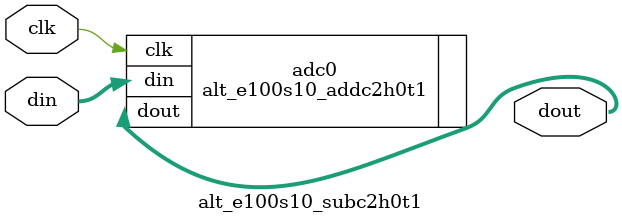
<source format=v>




`timescale 1ps/1ps


module alt_e100s10_subc2h0t1 #(
    parameter SIM_EMULATE = 1'b0
) (
    input clk,
    input [1:0] din,
    output [1:0] dout
);

alt_e100s10_addc2h0t1 adc0 (
    .clk(clk),
    .din(din),
    .dout(dout)
);
defparam adc0 .SIM_EMULATE = SIM_EMULATE;

endmodule


</source>
